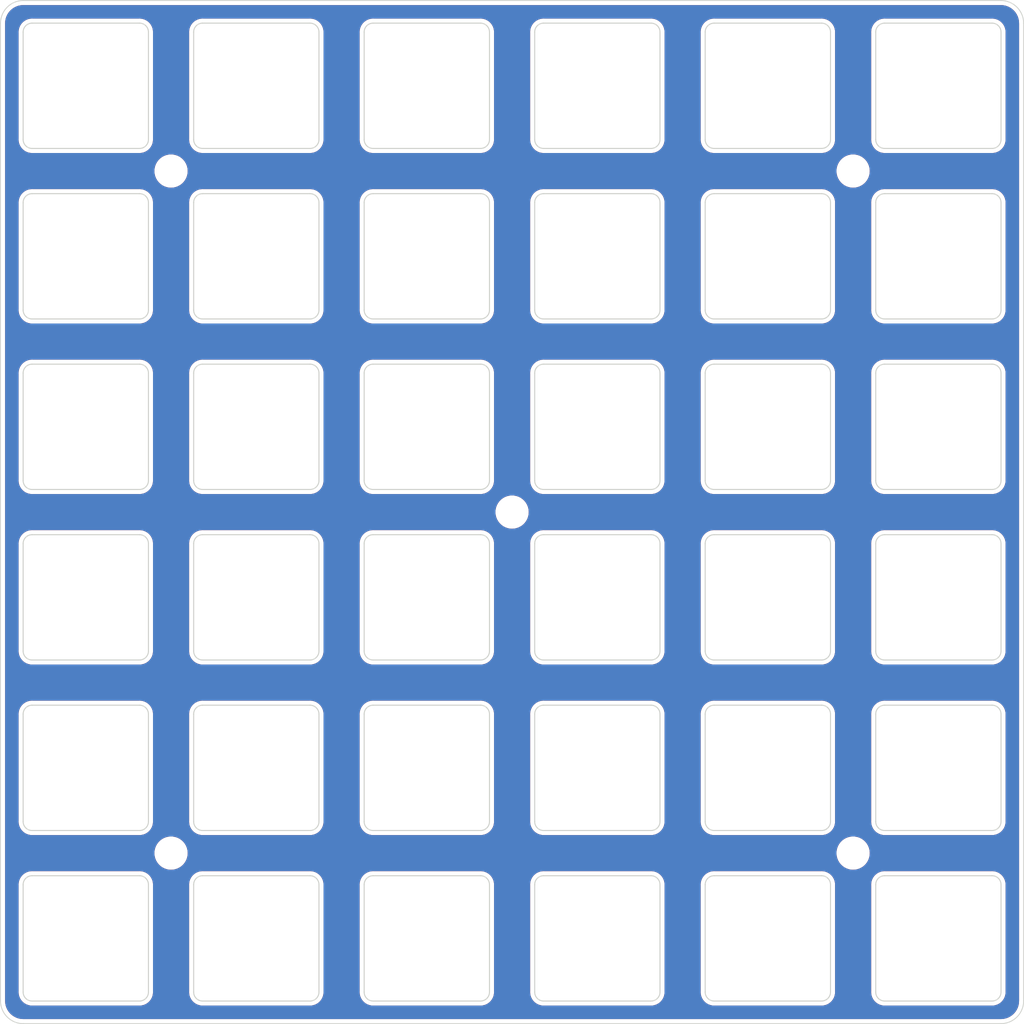
<source format=kicad_pcb>
(kicad_pcb (version 20211014) (generator pcbnew)
  (layers (0 "F.Cu" signal) (31 "B.Cu" signal) (34 "B.Paste" user) (35 "F.Paste" user) (36 "B.SilkS" user "B.Silkscreen") (37 "F.SilkS" user "F.Silkscreen") (38 "B.Mask" user) (39 "F.Mask" user) (44 "Edge.Cuts" user))
  (net 0 "")
  (footprint "Library:Switch_Hole5" (layer "F.Cu") (at 88.9 107.95)
    (fp_text reference "REF**27" hide)
    (fp_text value "e" hide)
    (fp_line (start 7 6) (end 7 -6) (layer "Edge.Cuts") (width 0.12))
    (fp_line (start -7 6) (end -7 -6) (layer "Edge.Cuts") (width 0.12))
    (fp_line (start -6 7) (end 6 7) (layer "Edge.Cuts") (width 0.12))
    (fp_line (start -6 -7) (end 6 -7) (layer "Edge.Cuts") (width 0.12))
    (fp_arc (start 6 -7) (mid 6.707107 -6.707107) (end 7 -6) (layer "Edge.Cuts") (width 0.12))
    (fp_arc (start -6 7) (mid -6.707107 6.707107) (end -7 6) (layer "Edge.Cuts") (width 0.12))
    (fp_arc (start -7 -6) (mid -6.707107 -6.707107) (end -6 -7) (layer "Edge.Cuts") (width 0.12))
    (fp_arc (start 7 6) (mid 6.707107 6.707107) (end 6 7) (layer "Edge.Cuts") (width 0.12))
  )
  (footprint "Library:Switch_Hole5" (layer "F.Cu") (at 50.8 88.9)
    (fp_text reference "REF**19" hide)
    (fp_text value "e" hide)
    (fp_line (start -6 7) (end 6 7) (layer "Edge.Cuts") (width 0.12))
    (fp_line (start -7 6) (end -7 -6) (layer "Edge.Cuts") (width 0.12))
    (fp_line (start -6 -7) (end 6 -7) (layer "Edge.Cuts") (width 0.12))
    (fp_line (start 7 6) (end 7 -6) (layer "Edge.Cuts") (width 0.12))
    (fp_arc (start -6 7) (mid -6.707107 6.707107) (end -7 6) (layer "Edge.Cuts") (width 0.12))
    (fp_arc (start 7 6) (mid 6.707107 6.707107) (end 6 7) (layer "Edge.Cuts") (width 0.12))
    (fp_arc (start -7 -6) (mid -6.707107 -6.707107) (end -6 -7) (layer "Edge.Cuts") (width 0.12))
    (fp_arc (start 6 -7) (mid 6.707107 -6.707107) (end 7 -6) (layer "Edge.Cuts") (width 0.12))
  )
  (footprint "MountingHole:MountingHole_2.7mm_M2.5" (layer "F.Cu") (at 117.475 117.475)
    (fp_text reference "REF**")
    (fp_text value "MountingHole_2.7mm_M2.5")
    (pad "" np_thru_hole circle (at 0 0) (size 2.7 2.7) (drill 2.7) (layers *.Cu *.Mask))
  )
  (footprint "Library:Switch_Hole5" (layer "F.Cu") (at 107.95 50.8)
    (fp_text reference "REF**10" hide)
    (fp_text value "e" hide)
    (fp_line (start 7 6) (end 7 -6) (layer "Edge.Cuts") (width 0.12))
    (fp_line (start -6 7) (end 6 7) (layer "Edge.Cuts") (width 0.12))
    (fp_line (start -7 6) (end -7 -6) (layer "Edge.Cuts") (width 0.12))
    (fp_line (start -6 -7) (end 6 -7) (layer "Edge.Cuts") (width 0.12))
    (fp_arc (start 6 -7) (mid 6.707107 -6.707107) (end 7 -6) (layer "Edge.Cuts") (width 0.12))
    (fp_arc (start 7 6) (mid 6.707107 6.707107) (end 6 7) (layer "Edge.Cuts") (width 0.12))
    (fp_arc (start -6 7) (mid -6.707107 6.707107) (end -7 6) (layer "Edge.Cuts") (width 0.12))
    (fp_arc (start -7 -6) (mid -6.707107 -6.707107) (end -6 -7) (layer "Edge.Cuts") (width 0.12))
  )
  (footprint "Library:Switch_Hole5" (layer "F.Cu") (at 69.85 31.75)
    (fp_text reference "REF**2" hide)
    (fp_text value "e" hide)
    (fp_line (start -6 7) (end 6 7) (layer "Edge.Cuts") (width 0.12))
    (fp_line (start 7 6) (end 7 -6) (layer "Edge.Cuts") (width 0.12))
    (fp_line (start -6 -7) (end 6 -7) (layer "Edge.Cuts") (width 0.12))
    (fp_line (start -7 6) (end -7 -6) (layer "Edge.Cuts") (width 0.12))
    (fp_arc (start 7 6) (mid 6.707107 6.707107) (end 6 7) (layer "Edge.Cuts") (width 0.12))
    (fp_arc (start -7 -6) (mid -6.707107 -6.707107) (end -6 -7) (layer "Edge.Cuts") (width 0.12))
    (fp_arc (start -6 7) (mid -6.707107 6.707107) (end -7 6) (layer "Edge.Cuts") (width 0.12))
    (fp_arc (start 6 -7) (mid 6.707107 -6.707107) (end 7 -6) (layer "Edge.Cuts") (width 0.12))
  )
  (footprint "Library:Switch_Hole5" (layer "F.Cu") (at 88.9 31.75)
    (fp_text reference "REF**3" hide)
    (fp_text value "e" hide)
    (fp_line (start -7 6) (end -7 -6) (layer "Edge.Cuts") (width 0.12))
    (fp_line (start -6 -7) (end 6 -7) (layer "Edge.Cuts") (width 0.12))
    (fp_line (start -6 7) (end 6 7) (layer "Edge.Cuts") (width 0.12))
    (fp_line (start 7 6) (end 7 -6) (layer "Edge.Cuts") (width 0.12))
    (fp_arc (start -7 -6) (mid -6.707107 -6.707107) (end -6 -7) (layer "Edge.Cuts") (width 0.12))
    (fp_arc (start 6 -7) (mid 6.707107 -6.707107) (end 7 -6) (layer "Edge.Cuts") (width 0.12))
    (fp_arc (start -6 7) (mid -6.707107 6.707107) (end -7 6) (layer "Edge.Cuts") (width 0.12))
    (fp_arc (start 7 6) (mid 6.707107 6.707107) (end 6 7) (layer "Edge.Cuts") (width 0.12))
  )
  (footprint "Library:Switch_Hole5" (layer "F.Cu") (at 50.8 69.85)
    (fp_text reference "REF**13" hide)
    (fp_text value "e" hide)
    (fp_line (start -6 -7) (end 6 -7) (layer "Edge.Cuts") (width 0.12))
    (fp_line (start -7 6) (end -7 -6) (layer "Edge.Cuts") (width 0.12))
    (fp_line (start 7 6) (end 7 -6) (layer "Edge.Cuts") (width 0.12))
    (fp_line (start -6 7) (end 6 7) (layer "Edge.Cuts") (width 0.12))
    (fp_arc (start -6 7) (mid -6.707107 6.707107) (end -7 6) (layer "Edge.Cuts") (width 0.12))
    (fp_arc (start -7 -6) (mid -6.707107 -6.707107) (end -6 -7) (layer "Edge.Cuts") (width 0.12))
    (fp_arc (start 6 -7) (mid 6.707107 -6.707107) (end 7 -6) (layer "Edge.Cuts") (width 0.12))
    (fp_arc (start 7 6) (mid 6.707107 6.707107) (end 6 7) (layer "Edge.Cuts") (width 0.12))
  )
  (footprint "Library:Switch_Hole5" (layer "F.Cu") (at 127 88.9)
    (fp_text reference "REF**23" hide)
    (fp_text value "e" hide)
    (fp_line (start 7 6) (end 7 -6) (layer "Edge.Cuts") (width 0.12))
    (fp_line (start -7 6) (end -7 -6) (layer "Edge.Cuts") (width 0.12))
    (fp_line (start -6 -7) (end 6 -7) (layer "Edge.Cuts") (width 0.12))
    (fp_line (start -6 7) (end 6 7) (layer "Edge.Cuts") (width 0.12))
    (fp_arc (start -7 -6) (mid -6.707107 -6.707107) (end -6 -7) (layer "Edge.Cuts") (width 0.12))
    (fp_arc (start 6 -7) (mid 6.707107 -6.707107) (end 7 -6) (layer "Edge.Cuts") (width 0.12))
    (fp_arc (start 7 6) (mid 6.707107 6.707107) (end 6 7) (layer "Edge.Cuts") (width 0.12))
    (fp_arc (start -6 7) (mid -6.707107 6.707107) (end -7 6) (layer "Edge.Cuts") (width 0.12))
  )
  (footprint "Library:Switch_Hole5" (layer "F.Cu") (at 31.75 50.8)
    (fp_text reference "REF**6" hide)
    (fp_text value "e" hide)
    (fp_line (start -7 6) (end -7 -6) (layer "Edge.Cuts") (width 0.12))
    (fp_line (start -6 -7) (end 6 -7) (layer "Edge.Cuts") (width 0.12))
    (fp_line (start -6 7) (end 6 7) (layer "Edge.Cuts") (width 0.12))
    (fp_line (start 7 6) (end 7 -6) (layer "Edge.Cuts") (width 0.12))
    (fp_arc (start 7 6) (mid 6.707107 6.707107) (end 6 7) (layer "Edge.Cuts") (width 0.12))
    (fp_arc (start -7 -6) (mid -6.707107 -6.707107) (end -6 -7) (layer "Edge.Cuts") (width 0.12))
    (fp_arc (start 6 -7) (mid 6.707107 -6.707107) (end 7 -6) (layer "Edge.Cuts") (width 0.12))
    (fp_arc (start -6 7) (mid -6.707107 6.707107) (end -7 6) (layer "Edge.Cuts") (width 0.12))
  )
  (footprint "Keyboard_JSA:JLC Legend" (layer "F.Cu") (at 79.375 41.275)
    (fp_text reference "REF**" hide)
    (fp_text value "JLC Legend" hide)
  )
  (footprint "Library:Switch_Hole5" (layer "F.Cu") (at 127 127)
    (fp_text reference "REF**35" hide)
    (fp_text value "e" hide)
    (fp_line (start -6 -7) (end 6 -7) (layer "Edge.Cuts") (width 0.12))
    (fp_line (start -6 7) (end 6 7) (layer "Edge.Cuts") (width 0.12))
    (fp_line (start -7 6) (end -7 -6) (layer "Edge.Cuts") (width 0.12))
    (fp_line (start 7 6) (end 7 -6) (layer "Edge.Cuts") (width 0.12))
    (fp_arc (start 7 6) (mid 6.707107 6.707107) (end 6 7) (layer "Edge.Cuts") (width 0.12))
    (fp_arc (start 6 -7) (mid 6.707107 -6.707107) (end 7 -6) (layer "Edge.Cuts") (width 0.12))
    (fp_arc (start -7 -6) (mid -6.707107 -6.707107) (end -6 -7) (layer "Edge.Cuts") (width 0.12))
    (fp_arc (start -6 7) (mid -6.707107 6.707107) (end -7 6) (layer "Edge.Cuts") (width 0.12))
  )
  (footprint "Library:Switch_Hole5" (layer "F.Cu") (at 69.85 107.95)
    (fp_text reference "REF**26" hide)
    (fp_text value "e" hide)
    (fp_line (start 7 6) (end 7 -6) (layer "Edge.Cuts") (width 0.12))
    (fp_line (start -6 -7) (end 6 -7) (layer "Edge.Cuts") (width 0.12))
    (fp_line (start -7 6) (end -7 -6) (layer "Edge.Cuts") (width 0.12))
    (fp_line (start -6 7) (end 6 7) (layer "Edge.Cuts") (width 0.12))
    (fp_arc (start -7 -6) (mid -6.707107 -6.707107) (end -6 -7) (layer "Edge.Cuts") (width 0.12))
    (fp_arc (start 6 -7) (mid 6.707107 -6.707107) (end 7 -6) (layer "Edge.Cuts") (width 0.12))
    (fp_arc (start -6 7) (mid -6.707107 6.707107) (end -7 6) (layer "Edge.Cuts") (width 0.12))
    (fp_arc (start 7 6) (mid 6.707107 6.707107) (end 6 7) (layer "Edge.Cuts") (width 0.12))
  )
  (footprint "Library:Switch_Hole5" (layer "F.Cu") (at 107.95 88.9)
    (fp_text reference "REF**22" hide)
    (fp_text value "e" hide)
    (fp_line (start 7 6) (end 7 -6) (layer "Edge.Cuts") (width 0.12))
    (fp_line (start -7 6) (end -7 -6) (layer "Edge.Cuts") (width 0.12))
    (fp_line (start -6 7) (end 6 7) (layer "Edge.Cuts") (width 0.12))
    (fp_line (start -6 -7) (end 6 -7) (layer "Edge.Cuts") (width 0.12))
    (fp_arc (start 7 6) (mid 6.707107 6.707107) (end 6 7) (layer "Edge.Cuts") (width 0.12))
    (fp_arc (start -6 7) (mid -6.707107 6.707107) (end -7 6) (layer "Edge.Cuts") (width 0.12))
    (fp_arc (start -7 -6) (mid -6.707107 -6.707107) (end -6 -7) (layer "Edge.Cuts") (width 0.12))
    (fp_arc (start 6 -7) (mid 6.707107 -6.707107) (end 7 -6) (layer "Edge.Cuts") (width 0.12))
  )
  (footprint "Library:Switch_Hole5" (layer "F.Cu") (at 50.8 127)
    (fp_text reference "REF**31" hide)
    (fp_text value "e" hide)
    (fp_line (start 7 6) (end 7 -6) (layer "Edge.Cuts") (width 0.12))
    (fp_line (start -7 6) (end -7 -6) (layer "Edge.Cuts") (width 0.12))
    (fp_line (start -6 7) (end 6 7) (layer "Edge.Cuts") (width 0.12))
    (fp_line (start -6 -7) (end 6 -7) (layer "Edge.Cuts") (width 0.12))
    (fp_arc (start 7 6) (mid 6.707107 6.707107) (end 6 7) (layer "Edge.Cuts") (width 0.12))
    (fp_arc (start 6 -7) (mid 6.707107 -6.707107) (end 7 -6) (layer "Edge.Cuts") (width 0.12))
    (fp_arc (start -7 -6) (mid -6.707107 -6.707107) (end -6 -7) (layer "Edge.Cuts") (width 0.12))
    (fp_arc (start -6 7) (mid -6.707107 6.707107) (end -7 6) (layer "Edge.Cuts") (width 0.12))
  )
  (footprint "Library:Switch_Hole5" (layer "F.Cu") (at 127 69.85)
    (fp_text reference "REF**17" hide)
    (fp_text value "e" hide)
    (fp_line (start 7 6) (end 7 -6) (layer "Edge.Cuts") (width 0.12))
    (fp_line (start -7 6) (end -7 -6) (layer "Edge.Cuts") (width 0.12))
    (fp_line (start -6 -7) (end 6 -7) (layer "Edge.Cuts") (width 0.12))
    (fp_line (start -6 7) (end 6 7) (layer "Edge.Cuts") (width 0.12))
    (fp_arc (start -7 -6) (mid -6.707107 -6.707107) (end -6 -7) (layer "Edge.Cuts") (width 0.12))
    (fp_arc (start 6 -7) (mid 6.707107 -6.707107) (end 7 -6) (layer "Edge.Cuts") (width 0.12))
    (fp_arc (start -6 7) (mid -6.707107 6.707107) (end -7 6) (layer "Edge.Cuts") (width 0.12))
    (fp_arc (start 7 6) (mid 6.707107 6.707107) (end 6 7) (layer "Edge.Cuts") (width 0.12))
  )
  (footprint "Library:Switch_Hole5" (layer "F.Cu") (at 107.95 107.95)
    (fp_text reference "REF**28" hide)
    (fp_text value "e" hide)
    (fp_line (start -6 7) (end 6 7) (layer "Edge.Cuts") (width 0.12))
    (fp_line (start -6 -7) (end 6 -7) (layer "Edge.Cuts") (width 0.12))
    (fp_line (start 7 6) (end 7 -6) (layer "Edge.Cuts") (width 0.12))
    (fp_line (start -7 6) (end -7 -6) (layer "Edge.Cuts") (width 0.12))
    (fp_arc (start 7 6) (mid 6.707107 6.707107) (end 6 7) (layer "Edge.Cuts") (width 0.12))
    (fp_arc (start -7 -6) (mid -6.707107 -6.707107) (end -6 -7) (layer "Edge.Cuts") (width 0.12))
    (fp_arc (start 6 -7) (mid 6.707107 -6.707107) (end 7 -6) (layer "Edge.Cuts") (width 0.12))
    (fp_arc (start -6 7) (mid -6.707107 6.707107) (end -7 6) (layer "Edge.Cuts") (width 0.12))
  )
  (footprint "Library:Switch_Hole5" (layer "F.Cu") (at 69.85 50.8)
    (fp_text reference "REF**8" hide)
    (fp_text value "e" hide)
    (fp_line (start -6 -7) (end 6 -7) (layer "Edge.Cuts") (width 0.12))
    (fp_line (start -6 7) (end 6 7) (layer "Edge.Cuts") (width 0.12))
    (fp_line (start 7 6) (end 7 -6) (layer "Edge.Cuts") (width 0.12))
    (fp_line (start -7 6) (end -7 -6) (layer "Edge.Cuts") (width 0.12))
    (fp_arc (start -7 -6) (mid -6.707107 -6.707107) (end -6 -7) (layer "Edge.Cuts") (width 0.12))
    (fp_arc (start -6 7) (mid -6.707107 6.707107) (end -7 6) (layer "Edge.Cuts") (width 0.12))
    (fp_arc (start 6 -7) (mid 6.707107 -6.707107) (end 7 -6) (layer "Edge.Cuts") (width 0.12))
    (fp_arc (start 7 6) (mid 6.707107 6.707107) (end 6 7) (layer "Edge.Cuts") (width 0.12))
  )
  (footprint "Library:Switch_Hole5" (layer "F.Cu") (at 107.95 31.75)
    (fp_text reference "REF**4" hide)
    (fp_text value "e" hide)
    (fp_line (start -7 6) (end -7 -6) (layer "Edge.Cuts") (width 0.12))
    (fp_line (start -6 -7) (end 6 -7) (layer "Edge.Cuts") (width 0.12))
    (fp_line (start -6 7) (end 6 7) (layer "Edge.Cuts") (width 0.12))
    (fp_line (start 7 6) (end 7 -6) (layer "Edge.Cuts") (width 0.12))
    (fp_arc (start 6 -7) (mid 6.707107 -6.707107) (end 7 -6) (layer "Edge.Cuts") (width 0.12))
    (fp_arc (start 7 6) (mid 6.707107 6.707107) (end 6 7) (layer "Edge.Cuts") (width 0.12))
    (fp_arc (start -6 7) (mid -6.707107 6.707107) (end -7 6) (layer "Edge.Cuts") (width 0.12))
    (fp_arc (start -7 -6) (mid -6.707107 -6.707107) (end -6 -7) (layer "Edge.Cuts") (width 0.12))
  )
  (footprint "Library:Switch_Hole5" (layer "F.Cu") (at 69.85 88.9)
    (fp_text reference "REF**20" hide)
    (fp_text value "e" hide)
    (fp_line (start -6 7) (end 6 7) (layer "Edge.Cuts") (width 0.12))
    (fp_line (start 7 6) (end 7 -6) (layer "Edge.Cuts") (width 0.12))
    (fp_line (start -7 6) (end -7 -6) (layer "Edge.Cuts") (width 0.12))
    (fp_line (start -6 -7) (end 6 -7) (layer "Edge.Cuts") (width 0.12))
    (fp_arc (start 7 6) (mid 6.707107 6.707107) (end 6 7) (layer "Edge.Cuts") (width 0.12))
    (fp_arc (start 6 -7) (mid 6.707107 -6.707107) (end 7 -6) (layer "Edge.Cuts") (width 0.12))
    (fp_arc (start -7 -6) (mid -6.707107 -6.707107) (end -6 -7) (layer "Edge.Cuts") (width 0.12))
    (fp_arc (start -6 7) (mid -6.707107 6.707107) (end -7 6) (layer "Edge.Cuts") (width 0.12))
  )
  (footprint "MountingHole:MountingHole_2.7mm_M2.5" (layer "F.Cu") (at 41.275 41.275)
    (fp_text reference "REF**")
    (fp_text value "MountingHole_2.7mm_M2.5")
    (pad "" np_thru_hole circle (at 0 0) (size 2.7 2.7) (drill 2.7) (layers *.Cu *.Mask))
  )
  (footprint "Library:Switch_Hole5" (layer "F.Cu") (at 88.9 127)
    (fp_text reference "REF**33" hide)
    (fp_text value "e" hide)
    (fp_line (start -6 -7) (end 6 -7) (layer "Edge.Cuts") (width 0.12))
    (fp_line (start -7 6) (end -7 -6) (layer "Edge.Cuts") (width 0.12))
    (fp_line (start -6 7) (end 6 7) (layer "Edge.Cuts") (width 0.12))
    (fp_line (start 7 6) (end 7 -6) (layer "Edge.Cuts") (width 0.12))
    (fp_arc (start -7 -6) (mid -6.707107 -6.707107) (end -6 -7) (layer "Edge.Cuts") (width 0.12))
    (fp_arc (start -6 7) (mid -6.707107 6.707107) (end -7 6) (layer "Edge.Cuts") (width 0.12))
    (fp_arc (start 6 -7) (mid 6.707107 -6.707107) (end 7 -6) (layer "Edge.Cuts") (width 0.12))
    (fp_arc (start 7 6) (mid 6.707107 6.707107) (end 6 7) (layer "Edge.Cuts") (width 0.12))
  )
  (footprint "Library:Switch_Hole5" (layer "F.Cu") (at 69.85 127)
    (fp_text reference "REF**32" hide)
    (fp_text value "e" hide)
    (fp_line (start -7 6) (end -7 -6) (layer "Edge.Cuts") (width 0.12))
    (fp_line (start -6 7) (end 6 7) (layer "Edge.Cuts") (width 0.12))
    (fp_line (start -6 -7) (end 6 -7) (layer "Edge.Cuts") (width 0.12))
    (fp_line (start 7 6) (end 7 -6) (layer "Edge.Cuts") (width 0.12))
    (fp_arc (start 7 6) (mid 6.707107 6.707107) (end 6 7) (layer "Edge.Cuts") (width 0.12))
    (fp_arc (start 6 -7) (mid 6.707107 -6.707107) (end 7 -6) (layer "Edge.Cuts") (width 0.12))
    (fp_arc (start -7 -6) (mid -6.707107 -6.707107) (end -6 -7) (layer "Edge.Cuts") (width 0.12))
    (fp_arc (start -6 7) (mid -6.707107 6.707107) (end -7 6) (layer "Edge.Cuts") (width 0.12))
  )
  (footprint "Library:Switch_Hole5" (layer "F.Cu") (at 127 107.95)
    (fp_text reference "REF**29" hide)
    (fp_text value "e" hide)
    (fp_line (start 7 6) (end 7 -6) (layer "Edge.Cuts") (width 0.12))
    (fp_line (start -7 6) (end -7 -6) (layer "Edge.Cuts") (width 0.12))
    (fp_line (start -6 -7) (end 6 -7) (layer "Edge.Cuts") (width 0.12))
    (fp_line (start -6 7) (end 6 7) (layer "Edge.Cuts") (width 0.12))
    (fp_arc (start 6 -7) (mid 6.707107 -6.707107) (end 7 -6) (layer "Edge.Cuts") (width 0.12))
    (fp_arc (start 7 6) (mid 6.707107 6.707107) (end 6 7) (layer "Edge.Cuts") (width 0.12))
    (fp_arc (start -6 7) (mid -6.707107 6.707107) (end -7 6) (layer "Edge.Cuts") (width 0.12))
    (fp_arc (start -7 -6) (mid -6.707107 -6.707107) (end -6 -7) (layer "Edge.Cuts") (width 0.12))
  )
  (footprint "Library:Switch_Hole5" (layer "F.Cu") (at 107.95 127)
    (fp_text reference "REF**34" hide)
    (fp_text value "e" hide)
    (fp_line (start -6 -7) (end 6 -7) (layer "Edge.Cuts") (width 0.12))
    (fp_line (start -7 6) (end -7 -6) (layer "Edge.Cuts") (width 0.12))
    (fp_line (start -6 7) (end 6 7) (layer "Edge.Cuts") (width 0.12))
    (fp_line (start 7 6) (end 7 -6) (layer "Edge.Cuts") (width 0.12))
    (fp_arc (start 6 -7) (mid 6.707107 -6.707107) (end 7 -6) (layer "Edge.Cuts") (width 0.12))
    (fp_arc (start -6 7) (mid -6.707107 6.707107) (end -7 6) (layer "Edge.Cuts") (width 0.12))
    (fp_arc (start -7 -6) (mid -6.707107 -6.707107) (end -6 -7) (layer "Edge.Cuts") (width 0.12))
    (fp_arc (start 7 6) (mid 6.707107 6.707107) (end 6 7) (layer "Edge.Cuts") (width 0.12))
  )
  (footprint "Library:Switch_Hole5" (layer "F.Cu") (at 127 31.75)
    (fp_text reference "REF**5" hide)
    (fp_text value "e" hide)
    (fp_line (start -6 7) (end 6 7) (layer "Edge.Cuts") (width 0.12))
    (fp_line (start 7 6) (end 7 -6) (layer "Edge.Cuts") (width 0.12))
    (fp_line (start -6 -7) (end 6 -7) (layer "Edge.Cuts") (width 0.12))
    (fp_line (start -7 6) (end -7 -6) (layer "Edge.Cuts") (width 0.12))
    (fp_arc (start -6 7) (mid -6.707107 6.707107) (end -7 6) (layer "Edge.Cuts") (width 0.12))
    (fp_arc (start 6 -7) (mid 6.707107 -6.707107) (end 7 -6) (layer "Edge.Cuts") (width 0.12))
    (fp_arc (start -7 -6) (mid -6.707107 -6.707107) (end -6 -7) (layer "Edge.Cuts") (width 0.12))
    (fp_arc (start 7 6) (mid 6.707107 6.707107) (end 6 7) (layer "Edge.Cuts") (width 0.12))
  )
  (footprint "Library:Switch_Hole5" (layer "F.Cu") (at 31.75 127)
    (fp_text reference "REF**30" hide)
    (fp_text value "e" hide)
    (fp_line (start -7 6) (end -7 -6) (layer "Edge.Cuts") (width 0.12))
    (fp_line (start -6 7) (end 6 7) (layer "Edge.Cuts") (width 0.12))
    (fp_line (start 7 6) (end 7 -6) (layer "Edge.Cuts") (width 0.12))
    (fp_line (start -6 -7) (end 6 -7) (layer "Edge.Cuts") (width 0.12))
    (fp_arc (start -6 7) (mid -6.707107 6.707107) (end -7 6) (layer "Edge.Cuts") (width 0.12))
    (fp_arc (start -7 -6) (mid -6.707107 -6.707107) (end -6 -7) (layer "Edge.Cuts") (width 0.12))
    (fp_arc (start 7 6) (mid 6.707107 6.707107) (end 6 7) (layer "Edge.Cuts") (width 0.12))
    (fp_arc (start 6 -7) (mid 6.707107 -6.707107) (end 7 -6) (layer "Edge.Cuts") (width 0.12))
  )
  (footprint "Library:Switch_Hole5" (layer "F.Cu") (at 107.95 69.85)
    (fp_text reference "REF**16" hide)
    (fp_text value "e" hide)
    (fp_line (start 7 6) (end 7 -6) (layer "Edge.Cuts") (width 0.12))
    (fp_line (start -6 7) (end 6 7) (layer "Edge.Cuts") (width 0.12))
    (fp_line (start -6 -7) (end 6 -7) (layer "Edge.Cuts") (width 0.12))
    (fp_line (start -7 6) (end -7 -6) (layer "Edge.Cuts") (width 0.12))
    (fp_arc (start -6 7) (mid -6.707107 6.707107) (end -7 6) (layer "Edge.Cuts") (width 0.12))
    (fp_arc (start -7 -6) (mid -6.707107 -6.707107) (end -6 -7) (layer "Edge.Cuts") (width 0.12))
    (fp_arc (start 6 -7) (mid 6.707107 -6.707107) (end 7 -6) (layer "Edge.Cuts") (width 0.12))
    (fp_arc (start 7 6) (mid 6.707107 6.707107) (end 6 7) (layer "Edge.Cuts") (width 0.12))
  )
  (footprint "MountingHole:MountingHole_2.7mm_M2.5" (layer "F.Cu") (at 79.375 79.375)
    (fp_text reference "REF**")
    (fp_text value "MountingHole_2.7mm_M2.5")
    (pad "" np_thru_hole circle (at 0 0) (size 2.7 2.7) (drill 2.7) (layers *.Cu *.Mask))
  )
  (footprint "Library:Switch_Hole5" (layer "F.Cu") (at 31.75 69.85)
    (fp_text reference "REF**12" hide)
    (fp_text value "e" hide)
    (fp_line (start -7 6) (end -7 -6) (layer "Edge.Cuts") (width 0.12))
    (fp_line (start -6 7) (end 6 7) (layer "Edge.Cuts") (width 0.12))
    (fp_line (start -6 -7) (end 6 -7) (layer "Edge.Cuts") (width 0.12))
    (fp_line (start 7 6) (end 7 -6) (layer "Edge.Cuts") (width 0.12))
    (fp_arc (start 6 -7) (mid 6.707107 -6.707107) (end 7 -6) (layer "Edge.Cuts") (width 0.12))
    (fp_arc (start -7 -6) (mid -6.707107 -6.707107) (end -6 -7) (layer "Edge.Cuts") (width 0.12))
    (fp_arc (start -6 7) (mid -6.707107 6.707107) (end -7 6) (layer "Edge.Cuts") (width 0.12))
    (fp_arc (start 7 6) (mid 6.707107 6.707107) (end 6 7) (layer "Edge.Cuts") (width 0.12))
  )
  (footprint "Library:Switch_Hole5" (layer "F.Cu") (at 88.9 69.85)
    (fp_text reference "REF**15" hide)
    (fp_text value "e" hide)
    (fp_line (start -6 -7) (end 6 -7) (layer "Edge.Cuts") (width 0.12))
    (fp_line (start -6 7) (end 6 7) (layer "Edge.Cuts") (width 0.12))
    (fp_line (start 7 6) (end 7 -6) (layer "Edge.Cuts") (width 0.12))
    (fp_line (start -7 6) (end -7 -6) (layer "Edge.Cuts") (width 0.12))
    (fp_arc (start -6 7) (mid -6.707107 6.707107) (end -7 6) (layer "Edge.Cuts") (width 0.12))
    (fp_arc (start 6 -7) (mid 6.707107 -6.707107) (end 7 -6) (layer "Edge.Cuts") (width 0.12))
    (fp_arc (start -7 -6) (mid -6.707107 -6.707107) (end -6 -7) (layer "Edge.Cuts") (width 0.12))
    (fp_arc (start 7 6) (mid 6.707107 6.707107) (end 6 7) (layer "Edge.Cuts") (width 0.12))
  )
  (footprint "Library:Switch_Hole5" (layer "F.Cu") (at 127 50.8)
    (fp_text reference "REF**11" hide)
    (fp_text value "e" hide)
    (fp_line (start -6 7) (end 6 7) (layer "Edge.Cuts") (width 0.12))
    (fp_line (start -6 -7) (end 6 -7) (layer "Edge.Cuts") (width 0.12))
    (fp_line (start 7 6) (end 7 -6) (layer "Edge.Cuts") (width 0.12))
    (fp_line (start -7 6) (end -7 -6) (layer "Edge.Cuts") (width 0.12))
    (fp_arc (start 6 -7) (mid 6.707107 -6.707107) (end 7 -6) (layer "Edge.Cuts") (width 0.12))
    (fp_arc (start 7 6) (mid 6.707107 6.707107) (end 6 7) (layer "Edge.Cuts") (width 0.12))
    (fp_arc (start -6 7) (mid -6.707107 6.707107) (end -7 6) (layer "Edge.Cuts") (width 0.12))
    (fp_arc (start -7 -6) (mid -6.707107 -6.707107) (end -6 -7) (layer "Edge.Cuts") (width 0.12))
  )
  (footprint "Library:Switch_Hole5" (layer "F.Cu") (at 69.85 69.85)
    (fp_text reference "REF**14" hide)
    (fp_text value "e" hide)
    (fp_line (start 7 6) (end 7 -6) (layer "Edge.Cuts") (width 0.12))
    (fp_line (start -6 7) (end 6 7) (layer "Edge.Cuts") (width 0.12))
    (fp_line (start -7 6) (end -7 -6) (layer "Edge.Cuts") (width 0.12))
    (fp_line (start -6 -7) (end 6 -7) (layer "Edge.Cuts") (width 0.12))
    (fp_arc (start -6 7) (mid -6.707107 6.707107) (end -7 6) (layer "Edge.Cuts") (width 0.12))
    (fp_arc (start 6 -7) (mid 6.707107 -6.707107) (end 7 -6) (layer "Edge.Cuts") (width 0.12))
    (fp_arc (start -7 -6) (mid -6.707107 -6.707107) (end -6 -7) (layer "Edge.Cuts") (width 0.12))
    (fp_arc (start 7 6) (mid 6.707107 6.707107) (end 6 7) (layer "Edge.Cuts") (width 0.12))
  )
  (footprint "Library:Switch_Hole5" (layer "F.Cu") (at 50.8 50.8)
    (fp_text reference "REF**7" hide)
    (fp_text value "e" hide)
    (fp_line (start 7 6) (end 7 -6) (layer "Edge.Cuts") (width 0.12))
    (fp_line (start -7 6) (end -7 -6) (layer "Edge.Cuts") (width 0.12))
    (fp_line (start -6 -7) (end 6 -7) (layer "Edge.Cuts") (width 0.12))
    (fp_line (start -6 7) (end 6 7) (layer "Edge.Cuts") (width 0.12))
    (fp_arc (start -7 -6) (mid -6.707107 -6.707107) (end -6 -7) (layer "Edge.Cuts") (width 0.12))
    (fp_arc (start -6 7) (mid -6.707107 6.707107) (end -7 6) (layer "Edge.Cuts") (width 0.12))
    (fp_arc (start 7 6) (mid 6.707107 6.707107) (end 6 7) (layer "Edge.Cuts") (width 0.12))
    (fp_arc (start 6 -7) (mid 6.707107 -6.707107) (end 7 -6) (layer "Edge.Cuts") (width 0.12))
  )
  (footprint "Library:Switch_Hole5" (layer "F.Cu") (at 88.9 88.9)
    (fp_text reference "REF**21" hide)
    (fp_text value "e" hide)
    (fp_line (start -7 6) (end -7 -6) (layer "Edge.Cuts") (width 0.12))
    (fp_line (start -6 -7) (end 6 -7) (layer "Edge.Cuts") (width 0.12))
    (fp_line (start -6 7) (end 6 7) (layer "Edge.Cuts") (width 0.12))
    (fp_line (start 7 6) (end 7 -6) (layer "Edge.Cuts") (width 0.12))
    (fp_arc (start -7 -6) (mid -6.707107 -6.707107) (end -6 -7) (layer "Edge.Cuts") (width 0.12))
    (fp_arc (start 6 -7) (mid 6.707107 -6.707107) (end 7 -6) (layer "Edge.Cuts") (width 0.12))
    (fp_arc (start -6 7) (mid -6.707107 6.707107) (end -7 6) (layer "Edge.Cuts") (width 0.12))
    (fp_arc (start 7 6) (mid 6.707107 6.707107) (end 6 7) (layer "Edge.Cuts") (width 0.12))
  )
  (footprint "MountingHole:MountingHole_2.7mm_M2.5" (layer "F.Cu") (at 117.475 41.275)
    (fp_text reference "REF**")
    (fp_text value "MountingHole_2.7mm_M2.5")
    (pad "" np_thru_hole circle (at 0 0) (size 2.7 2.7) (drill 2.7) (layers *.Cu *.Mask))
  )
  (footprint "MountingHole:MountingHole_2.7mm_M2.5" (layer "F.Cu") (at 41.275 117.475)
    (fp_text reference "REF**")
    (fp_text value "MountingHole_2.7mm_M2.5")
    (pad "" np_thru_hole circle (at 0 0) (size 2.7 2.7) (drill 2.7) (layers *.Cu *.Mask))
  )
  (footprint "Library:Switch_Hole5" (layer "F.Cu") (at 88.9 50.8)
    (fp_text reference "REF**9" hide)
    (fp_text value "e" hide)
    (fp_line (start -7 6) (end -7 -6) (layer "Edge.Cuts") (width 0.12))
    (fp_line (start -6 7) (end 6 7) (layer "Edge.Cuts") (width 0.12))
    (fp_line (start -6 -7) (end 6 -7) (layer "Edge.Cuts") (width 0.12))
    (fp_line (start 7 6) (end 7 -6) (layer "Edge.Cuts") (width 0.12))
    (fp_arc (start 7 6) (mid 6.707107 6.707107) (end 6 7) (layer "Edge.Cuts") (width 0.12))
    (fp_arc (start -6 7) (mid -6.707107 6.707107) (end -7 6) (layer "Edge.Cuts") (width 0.12))
    (fp_arc (start -7 -6) (mid -6.707107 -6.707107) (end -6 -7) (layer "Edge.Cuts") (width 0.12))
    (fp_arc (start 6 -7) (mid 6.707107 -6.707107) (end 7 -6) (layer "Edge.Cuts") (width 0.12))
  )
  (footprint "Library:Switch_Hole5" (layer "F.Cu") (at 50.8 31.75)
    (fp_text reference "REF**1" hide)
    (fp_text value "e" hide)
    (fp_line (start 7 6) (end 7 -6) (layer "Edge.Cuts") (width 0.12))
    (fp_line (start -7 6) (end -7 -6) (layer "Edge.Cuts") (width 0.12))
    (fp_line (start -6 7) (end 6 7) (layer "Edge.Cuts") (width 0.12))
    (fp_line (start -6 -7) (end 6 -7) (layer "Edge.Cuts") (width 0.12))
    (fp_arc (start 6 -7) (mid 6.707107 -6.707107) (end 7 -6) (layer "Edge.Cuts") (width 0.12))
    (fp_arc (start -7 -6) (mid -6.707107 -6.707107) (end -6 -7) (layer "Edge.Cuts") (width 0.12))
    (fp_arc (start -6 7) (mid -6.707107 6.707107) (end -7 6) (layer "Edge.Cuts") (width 0.12))
    (fp_arc (start 7 6) (mid 6.707107 6.707107) (end 6 7) (layer "Edge.Cuts") (width 0.12))
  )
  (footprint "Library:Switch_Hole5" (layer "F.Cu") (at 31.75 31.75)
    (fp_text reference "REF**" hide)
    (fp_text value "e" hide)
    (fp_line (start -6 -7) (end 6 -7) (layer "Edge.Cuts") (width 0.12))
    (fp_line (start 7 6) (end 7 -6) (layer "Edge.Cuts") (width 0.12))
    (fp_line (start -7 6) (end -7 -6) (layer "Edge.Cuts") (width 0.12))
    (fp_line (start -6 7) (end 6 7) (layer "Edge.Cuts") (width 0.12))
    (fp_arc (start 7 6) (mid 6.707107 6.707107) (end 6 7) (layer "Edge.Cuts") (width 0.12))
    (fp_arc (start -7 -6) (mid -6.707107 -6.707107) (end -6 -7) (layer "Edge.Cuts") (width 0.12))
    (fp_arc (start 6 -7) (mid 6.707107 -6.707107) (end 7 -6) (layer "Edge.Cuts") (width 0.12))
    (fp_arc (start -6 7) (mid -6.707107 6.707107) (end -7 6) (layer "Edge.Cuts") (width 0.12))
  )
  (footprint "Library:Switch_Hole5" (layer "F.Cu") (at 31.75 88.9)
    (fp_text reference "REF**18" hide)
    (fp_text value "e" hide)
    (fp_line (start -6 7) (end 6 7) (layer "Edge.Cuts") (width 0.12))
    (fp_line (start 7 6) (end 7 -6) (layer "Edge.Cuts") (width 0.12))
    (fp_line (start -7 6) (end -7 -6) (layer "Edge.Cuts") (width 0.12))
    (fp_line (start -6 -7) (end 6 -7) (layer "Edge.Cuts") (width 0.12))
    (fp_arc (start -7 -6) (mid -6.707107 -6.707107) (end -6 -7) (layer "Edge.Cuts") (width 0.12))
    (fp_arc (start -6 7) (mid -6.707107 6.707107) (end -7 6) (layer "Edge.Cuts") (width 0.12))
    (fp_arc (start 7 6) (mid 6.707107 6.707107) (end 6 7) (layer "Edge.Cuts") (width 0.12))
    (fp_arc (start 6 -7) (mid 6.707107 -6.707107) (end 7 -6) (layer "Edge.Cuts") (width 0.12))
  )
  (footprint "Library:Switch_Hole5" (layer "F.Cu") (at 31.75 107.95)
    (fp_text reference "REF**24" hide)
    (fp_text value "e" hide)
    (fp_line (start -7 6) (end -7 -6) (layer "Edge.Cuts") (width 0.12))
    (fp_line (start 7 6) (end 7 -6) (layer "Edge.Cuts") (width 0.12))
    (fp_line (start -6 -7) (end 6 -7) (layer "Edge.Cuts") (width 0.12))
    (fp_line (start -6 7) (end 6 7) (layer "Edge.Cuts") (width 0.12))
    (fp_arc (start 6 -7) (mid 6.707107 -6.707107) (end 7 -6) (layer "Edge.Cuts") (width 0.12))
    (fp_arc (start 7 6) (mid 6.707107 6.707107) (end 6 7) (layer "Edge.Cuts") (width 0.12))
    (fp_arc (start -7 -6) (mid -6.707107 -6.707107) (end -6 -7) (layer "Edge.Cuts") (width 0.12))
    (fp_arc (start -6 7) (mid -6.707107 6.707107) (end -7 6) (layer "Edge.Cuts") (width 0.12))
  )
  (footprint "Library:Switch_Hole5" (layer "F.Cu") (at 50.8 107.95)
    (fp_text reference "REF**25" hide)
    (fp_text value "e" hide)
    (fp_line (start -6 -7) (end 6 -7) (layer "Edge.Cuts") (width 0.12))
    (fp_line (start -6 7) (end 6 7) (layer "Edge.Cuts") (width 0.12))
    (fp_line (start -7 6) (end -7 -6) (layer "Edge.Cuts") (width 0.12))
    (fp_line (start 7 6) (end 7 -6) (layer "Edge.Cuts") (width 0.12))
    (fp_arc (start -6 7) (mid -6.707107 6.707107) (end -7 6) (layer "Edge.Cuts") (width 0.12))
    (fp_arc (start 7 6) (mid 6.707107 6.707107) (end 6 7) (layer "Edge.Cuts") (width 0.12))
    (fp_arc (start 6 -7) (mid 6.707107 -6.707107) (end 7 -6) (layer "Edge.Cuts") (width 0.12))
    (fp_arc (start -7 -6) (mid -6.707107 -6.707107) (end -6 -7) (layer "Edge.Cuts") (width 0.12))
  )
  (gr_line (start 22.225 133.985) (end 22.225 24.765) (layer "Edge.Cuts") (width 0.1))
  (gr_line (start 24.765 22.225) (end 133.985 22.225) (layer "Edge.Cuts") (width 0.1))
  (gr_line (start 133.985 136.525) (end 24.765 136.525) (layer "Edge.Cuts") (width 0.1))
  (gr_arc (start 22.225 24.765) (mid 22.968949 22.968949) (end 24.765 22.225) (layer "Edge.Cuts") (width 0.1))
  (gr_arc (start 136.525 133.985) (mid 135.781051 135.781051) (end 133.985 136.525) (layer "Edge.Cuts") (width 0.1))
  (gr_arc (start 133.985 22.225) (mid 135.781051 22.968949) (end 136.525 24.765) (layer "Edge.Cuts") (width 0.1))
  (gr_line (start 136.525 24.765) (end 136.525 133.985) (layer "Edge.Cuts") (width 0.1))
  (gr_arc (start 24.765 136.525) (mid 22.968949 135.781051) (end 22.225 133.985) (layer "Edge.Cuts") (width 0.1))
  (zone (net 0) (net_name "") (layers F&B.Cu) (connect_pads (clearance 0.508)) (min_thickness 0.254) (fill yes (thermal_gap 0.508) (thermal_bridge_width 0.508))
    (polygon (pts (xy 136.525 136.525) (xy 22.225 136.525) (xy 22.225 22.225) (xy 136.525 22.225)))
  )
)
</source>
